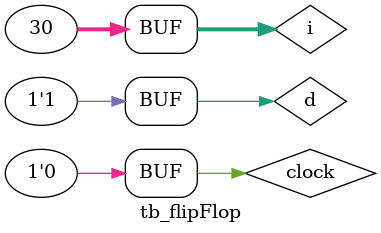
<source format=v>
`timescale 1ns/1ps

module tb_flipFlop;
    wire q,q_bar;
    reg d, clock;
    integer i;

    flipFlop dat(.d(d),.clock(clock),.q(q),.q_bar(q_bar));
    initial
        begin
            $dumpfile("wave_flipFlop.vcd");
            $dumpvars(0,tb_flipFlop);
            clock = 0;
                for(i=0; i<30;i=i+1) begin
                    #10 clock = ~clock;
                end
        end
    initial 
        begin
            d = 0;
            #50;
            d = 1;
            #50;
            d = 0;
            #50;
            d = 1;
            #50;
        end
    always @ (d)
        begin
          $display("D = %d, clock = %d", d, clock);
        end
endmodule

</source>
